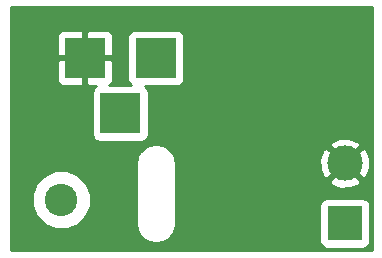
<source format=gbr>
G04 #@! TF.GenerationSoftware,KiCad,Pcbnew,(5.0.0-rc3-dev-2-g101b68b61)*
G04 #@! TF.CreationDate,2018-07-09T03:14:57+02:00*
G04 #@! TF.ProjectId,L7805 reg,4C37383035207265672E6B696361645F,rev?*
G04 #@! TF.SameCoordinates,Original*
G04 #@! TF.FileFunction,Copper,L2,Bot,Signal*
G04 #@! TF.FilePolarity,Positive*
%FSLAX46Y46*%
G04 Gerber Fmt 4.6, Leading zero omitted, Abs format (unit mm)*
G04 Created by KiCad (PCBNEW (5.0.0-rc3-dev-2-g101b68b61)) date 07/09/18 03:14:57*
%MOMM*%
%LPD*%
G01*
G04 APERTURE LIST*
G04 #@! TA.AperFunction,WasherPad*
%ADD10C,2.750000*%
G04 #@! TD*
G04 #@! TA.AperFunction,ComponentPad*
%ADD11R,3.500000X3.500000*%
G04 #@! TD*
G04 #@! TA.AperFunction,ComponentPad*
%ADD12C,3.000000*%
G04 #@! TD*
G04 #@! TA.AperFunction,ComponentPad*
%ADD13R,3.000000X3.000000*%
G04 #@! TD*
G04 #@! TA.AperFunction,ViaPad*
%ADD14C,0.800000*%
G04 #@! TD*
G04 #@! TA.AperFunction,Conductor*
%ADD15C,0.254000*%
G04 #@! TD*
G04 APERTURE END LIST*
D10*
G04 #@! TO.P,MK1,*
G04 #@! TO.N,*
X68200000Y-83120000D03*
G04 #@! TD*
D11*
G04 #@! TO.P,J2,3*
G04 #@! TO.N,N/C*
X73200000Y-75820000D03*
G04 #@! TO.P,J2,2*
G04 #@! TO.N,GND*
X70200000Y-71120000D03*
G04 #@! TO.P,J2,1*
G04 #@! TO.N,+12V*
X76200000Y-71120000D03*
G04 #@! TD*
D12*
G04 #@! TO.P,J1,2*
G04 #@! TO.N,GND*
X92200000Y-80040000D03*
D13*
G04 #@! TO.P,J1,1*
G04 #@! TO.N,Net-(C2-Pad1)*
X92200000Y-85120000D03*
G04 #@! TD*
D14*
G04 #@! TO.N,GND*
X89200000Y-71120000D03*
X90200000Y-71120000D03*
X91200000Y-71120000D03*
X92200000Y-71120000D03*
X93200000Y-71120000D03*
X89200000Y-72120000D03*
X90200000Y-72120000D03*
X91200000Y-72120000D03*
X92200000Y-72120000D03*
X93200000Y-72120000D03*
X89200000Y-73120000D03*
X90200000Y-73120000D03*
X91200000Y-73120000D03*
X92200000Y-73120000D03*
X93200000Y-73120000D03*
X89200000Y-74120000D03*
X90200000Y-74120000D03*
X91200000Y-74120000D03*
X92200000Y-74120000D03*
X93200000Y-74120000D03*
X89200000Y-75120000D03*
X90200000Y-75120000D03*
X91200000Y-75120000D03*
X92200000Y-75120000D03*
X93200000Y-75120000D03*
G04 #@! TD*
D15*
G04 #@! TO.N,GND*
G36*
X94490001Y-87410000D02*
X63910000Y-87410000D01*
X63910000Y-82622321D01*
X65698000Y-82622321D01*
X65698000Y-83617679D01*
X66078907Y-84537269D01*
X66782731Y-85241093D01*
X67702321Y-85622000D01*
X68697679Y-85622000D01*
X69617269Y-85241093D01*
X70321093Y-84537269D01*
X70702000Y-83617679D01*
X70702000Y-82622321D01*
X70321093Y-81702731D01*
X69617269Y-80998907D01*
X68697679Y-80618000D01*
X67702321Y-80618000D01*
X66782731Y-80998907D01*
X66078907Y-81702731D01*
X65698000Y-82622321D01*
X63910000Y-82622321D01*
X63910000Y-80050075D01*
X74490000Y-80050075D01*
X74490001Y-85189926D01*
X74503642Y-85258504D01*
X74503642Y-85258513D01*
X74579762Y-85641196D01*
X74599395Y-85688593D01*
X74685776Y-85897138D01*
X74902549Y-86221561D01*
X74902550Y-86221562D01*
X75098438Y-86417451D01*
X75422862Y-86634223D01*
X75528877Y-86678136D01*
X75678804Y-86740238D01*
X76061486Y-86816358D01*
X76338513Y-86816358D01*
X76721196Y-86740238D01*
X76796160Y-86709187D01*
X76977138Y-86634224D01*
X77301561Y-86417451D01*
X77301562Y-86417450D01*
X77497451Y-86221562D01*
X77714223Y-85897138D01*
X77759096Y-85788805D01*
X77820238Y-85641196D01*
X77896358Y-85258514D01*
X77896358Y-85258509D01*
X77910000Y-85189926D01*
X77910000Y-83620000D01*
X90052560Y-83620000D01*
X90052560Y-86620000D01*
X90101843Y-86867765D01*
X90242191Y-87077809D01*
X90452235Y-87218157D01*
X90700000Y-87267440D01*
X93700000Y-87267440D01*
X93947765Y-87218157D01*
X94157809Y-87077809D01*
X94298157Y-86867765D01*
X94347440Y-86620000D01*
X94347440Y-83620000D01*
X94298157Y-83372235D01*
X94157809Y-83162191D01*
X93947765Y-83021843D01*
X93700000Y-82972560D01*
X90700000Y-82972560D01*
X90452235Y-83021843D01*
X90242191Y-83162191D01*
X90101843Y-83372235D01*
X90052560Y-83620000D01*
X77910000Y-83620000D01*
X77910000Y-81553970D01*
X90865635Y-81553970D01*
X91025418Y-81872739D01*
X91816187Y-82182723D01*
X92665387Y-82166497D01*
X93374582Y-81872739D01*
X93534365Y-81553970D01*
X92200000Y-80219605D01*
X90865635Y-81553970D01*
X77910000Y-81553970D01*
X77910000Y-80050074D01*
X77896358Y-79981491D01*
X77896358Y-79981486D01*
X77831653Y-79656187D01*
X90057277Y-79656187D01*
X90073503Y-80505387D01*
X90367261Y-81214582D01*
X90686030Y-81374365D01*
X92020395Y-80040000D01*
X92379605Y-80040000D01*
X93713970Y-81374365D01*
X94032739Y-81214582D01*
X94342723Y-80423813D01*
X94326497Y-79574613D01*
X94032739Y-78865418D01*
X93713970Y-78705635D01*
X92379605Y-80040000D01*
X92020395Y-80040000D01*
X90686030Y-78705635D01*
X90367261Y-78865418D01*
X90057277Y-79656187D01*
X77831653Y-79656187D01*
X77820238Y-79598804D01*
X77714223Y-79342863D01*
X77714223Y-79342862D01*
X77497451Y-79018438D01*
X77301562Y-78822550D01*
X77301561Y-78822549D01*
X76977138Y-78605776D01*
X76784612Y-78526030D01*
X90865635Y-78526030D01*
X92200000Y-79860395D01*
X93534365Y-78526030D01*
X93374582Y-78207261D01*
X92583813Y-77897277D01*
X91734613Y-77913503D01*
X91025418Y-78207261D01*
X90865635Y-78526030D01*
X76784612Y-78526030D01*
X76721196Y-78499762D01*
X76338513Y-78423642D01*
X76061486Y-78423642D01*
X75678804Y-78499762D01*
X75606632Y-78529657D01*
X75422862Y-78605777D01*
X75098438Y-78822549D01*
X74939501Y-78981487D01*
X74902549Y-79018439D01*
X74685776Y-79342862D01*
X74640904Y-79451195D01*
X74579762Y-79598804D01*
X74503642Y-79981487D01*
X74503642Y-79981492D01*
X74490000Y-80050075D01*
X63910000Y-80050075D01*
X63910000Y-71405750D01*
X67815000Y-71405750D01*
X67815000Y-72996310D01*
X67911673Y-73229699D01*
X68090302Y-73408327D01*
X68323691Y-73505000D01*
X69914250Y-73505000D01*
X70073000Y-73346250D01*
X70073000Y-71247000D01*
X70327000Y-71247000D01*
X70327000Y-73346250D01*
X70485750Y-73505000D01*
X71152612Y-73505000D01*
X70992191Y-73612191D01*
X70851843Y-73822235D01*
X70802560Y-74070000D01*
X70802560Y-77570000D01*
X70851843Y-77817765D01*
X70992191Y-78027809D01*
X71202235Y-78168157D01*
X71450000Y-78217440D01*
X74950000Y-78217440D01*
X75197765Y-78168157D01*
X75407809Y-78027809D01*
X75548157Y-77817765D01*
X75597440Y-77570000D01*
X75597440Y-74070000D01*
X75548157Y-73822235D01*
X75407809Y-73612191D01*
X75266005Y-73517440D01*
X77950000Y-73517440D01*
X78197765Y-73468157D01*
X78407809Y-73327809D01*
X78548157Y-73117765D01*
X78597440Y-72870000D01*
X78597440Y-69370000D01*
X78548157Y-69122235D01*
X78407809Y-68912191D01*
X78197765Y-68771843D01*
X77950000Y-68722560D01*
X74450000Y-68722560D01*
X74202235Y-68771843D01*
X73992191Y-68912191D01*
X73851843Y-69122235D01*
X73802560Y-69370000D01*
X73802560Y-72870000D01*
X73851843Y-73117765D01*
X73992191Y-73327809D01*
X74133995Y-73422560D01*
X72275337Y-73422560D01*
X72309698Y-73408327D01*
X72488327Y-73229699D01*
X72585000Y-72996310D01*
X72585000Y-71405750D01*
X72426250Y-71247000D01*
X70327000Y-71247000D01*
X70073000Y-71247000D01*
X67973750Y-71247000D01*
X67815000Y-71405750D01*
X63910000Y-71405750D01*
X63910000Y-69243690D01*
X67815000Y-69243690D01*
X67815000Y-70834250D01*
X67973750Y-70993000D01*
X70073000Y-70993000D01*
X70073000Y-68893750D01*
X70327000Y-68893750D01*
X70327000Y-70993000D01*
X72426250Y-70993000D01*
X72585000Y-70834250D01*
X72585000Y-69243690D01*
X72488327Y-69010301D01*
X72309698Y-68831673D01*
X72076309Y-68735000D01*
X70485750Y-68735000D01*
X70327000Y-68893750D01*
X70073000Y-68893750D01*
X69914250Y-68735000D01*
X68323691Y-68735000D01*
X68090302Y-68831673D01*
X67911673Y-69010301D01*
X67815000Y-69243690D01*
X63910000Y-69243690D01*
X63910000Y-66830000D01*
X94490000Y-66830000D01*
X94490001Y-87410000D01*
X94490001Y-87410000D01*
G37*
X94490001Y-87410000D02*
X63910000Y-87410000D01*
X63910000Y-82622321D01*
X65698000Y-82622321D01*
X65698000Y-83617679D01*
X66078907Y-84537269D01*
X66782731Y-85241093D01*
X67702321Y-85622000D01*
X68697679Y-85622000D01*
X69617269Y-85241093D01*
X70321093Y-84537269D01*
X70702000Y-83617679D01*
X70702000Y-82622321D01*
X70321093Y-81702731D01*
X69617269Y-80998907D01*
X68697679Y-80618000D01*
X67702321Y-80618000D01*
X66782731Y-80998907D01*
X66078907Y-81702731D01*
X65698000Y-82622321D01*
X63910000Y-82622321D01*
X63910000Y-80050075D01*
X74490000Y-80050075D01*
X74490001Y-85189926D01*
X74503642Y-85258504D01*
X74503642Y-85258513D01*
X74579762Y-85641196D01*
X74599395Y-85688593D01*
X74685776Y-85897138D01*
X74902549Y-86221561D01*
X74902550Y-86221562D01*
X75098438Y-86417451D01*
X75422862Y-86634223D01*
X75528877Y-86678136D01*
X75678804Y-86740238D01*
X76061486Y-86816358D01*
X76338513Y-86816358D01*
X76721196Y-86740238D01*
X76796160Y-86709187D01*
X76977138Y-86634224D01*
X77301561Y-86417451D01*
X77301562Y-86417450D01*
X77497451Y-86221562D01*
X77714223Y-85897138D01*
X77759096Y-85788805D01*
X77820238Y-85641196D01*
X77896358Y-85258514D01*
X77896358Y-85258509D01*
X77910000Y-85189926D01*
X77910000Y-83620000D01*
X90052560Y-83620000D01*
X90052560Y-86620000D01*
X90101843Y-86867765D01*
X90242191Y-87077809D01*
X90452235Y-87218157D01*
X90700000Y-87267440D01*
X93700000Y-87267440D01*
X93947765Y-87218157D01*
X94157809Y-87077809D01*
X94298157Y-86867765D01*
X94347440Y-86620000D01*
X94347440Y-83620000D01*
X94298157Y-83372235D01*
X94157809Y-83162191D01*
X93947765Y-83021843D01*
X93700000Y-82972560D01*
X90700000Y-82972560D01*
X90452235Y-83021843D01*
X90242191Y-83162191D01*
X90101843Y-83372235D01*
X90052560Y-83620000D01*
X77910000Y-83620000D01*
X77910000Y-81553970D01*
X90865635Y-81553970D01*
X91025418Y-81872739D01*
X91816187Y-82182723D01*
X92665387Y-82166497D01*
X93374582Y-81872739D01*
X93534365Y-81553970D01*
X92200000Y-80219605D01*
X90865635Y-81553970D01*
X77910000Y-81553970D01*
X77910000Y-80050074D01*
X77896358Y-79981491D01*
X77896358Y-79981486D01*
X77831653Y-79656187D01*
X90057277Y-79656187D01*
X90073503Y-80505387D01*
X90367261Y-81214582D01*
X90686030Y-81374365D01*
X92020395Y-80040000D01*
X92379605Y-80040000D01*
X93713970Y-81374365D01*
X94032739Y-81214582D01*
X94342723Y-80423813D01*
X94326497Y-79574613D01*
X94032739Y-78865418D01*
X93713970Y-78705635D01*
X92379605Y-80040000D01*
X92020395Y-80040000D01*
X90686030Y-78705635D01*
X90367261Y-78865418D01*
X90057277Y-79656187D01*
X77831653Y-79656187D01*
X77820238Y-79598804D01*
X77714223Y-79342863D01*
X77714223Y-79342862D01*
X77497451Y-79018438D01*
X77301562Y-78822550D01*
X77301561Y-78822549D01*
X76977138Y-78605776D01*
X76784612Y-78526030D01*
X90865635Y-78526030D01*
X92200000Y-79860395D01*
X93534365Y-78526030D01*
X93374582Y-78207261D01*
X92583813Y-77897277D01*
X91734613Y-77913503D01*
X91025418Y-78207261D01*
X90865635Y-78526030D01*
X76784612Y-78526030D01*
X76721196Y-78499762D01*
X76338513Y-78423642D01*
X76061486Y-78423642D01*
X75678804Y-78499762D01*
X75606632Y-78529657D01*
X75422862Y-78605777D01*
X75098438Y-78822549D01*
X74939501Y-78981487D01*
X74902549Y-79018439D01*
X74685776Y-79342862D01*
X74640904Y-79451195D01*
X74579762Y-79598804D01*
X74503642Y-79981487D01*
X74503642Y-79981492D01*
X74490000Y-80050075D01*
X63910000Y-80050075D01*
X63910000Y-71405750D01*
X67815000Y-71405750D01*
X67815000Y-72996310D01*
X67911673Y-73229699D01*
X68090302Y-73408327D01*
X68323691Y-73505000D01*
X69914250Y-73505000D01*
X70073000Y-73346250D01*
X70073000Y-71247000D01*
X70327000Y-71247000D01*
X70327000Y-73346250D01*
X70485750Y-73505000D01*
X71152612Y-73505000D01*
X70992191Y-73612191D01*
X70851843Y-73822235D01*
X70802560Y-74070000D01*
X70802560Y-77570000D01*
X70851843Y-77817765D01*
X70992191Y-78027809D01*
X71202235Y-78168157D01*
X71450000Y-78217440D01*
X74950000Y-78217440D01*
X75197765Y-78168157D01*
X75407809Y-78027809D01*
X75548157Y-77817765D01*
X75597440Y-77570000D01*
X75597440Y-74070000D01*
X75548157Y-73822235D01*
X75407809Y-73612191D01*
X75266005Y-73517440D01*
X77950000Y-73517440D01*
X78197765Y-73468157D01*
X78407809Y-73327809D01*
X78548157Y-73117765D01*
X78597440Y-72870000D01*
X78597440Y-69370000D01*
X78548157Y-69122235D01*
X78407809Y-68912191D01*
X78197765Y-68771843D01*
X77950000Y-68722560D01*
X74450000Y-68722560D01*
X74202235Y-68771843D01*
X73992191Y-68912191D01*
X73851843Y-69122235D01*
X73802560Y-69370000D01*
X73802560Y-72870000D01*
X73851843Y-73117765D01*
X73992191Y-73327809D01*
X74133995Y-73422560D01*
X72275337Y-73422560D01*
X72309698Y-73408327D01*
X72488327Y-73229699D01*
X72585000Y-72996310D01*
X72585000Y-71405750D01*
X72426250Y-71247000D01*
X70327000Y-71247000D01*
X70073000Y-71247000D01*
X67973750Y-71247000D01*
X67815000Y-71405750D01*
X63910000Y-71405750D01*
X63910000Y-69243690D01*
X67815000Y-69243690D01*
X67815000Y-70834250D01*
X67973750Y-70993000D01*
X70073000Y-70993000D01*
X70073000Y-68893750D01*
X70327000Y-68893750D01*
X70327000Y-70993000D01*
X72426250Y-70993000D01*
X72585000Y-70834250D01*
X72585000Y-69243690D01*
X72488327Y-69010301D01*
X72309698Y-68831673D01*
X72076309Y-68735000D01*
X70485750Y-68735000D01*
X70327000Y-68893750D01*
X70073000Y-68893750D01*
X69914250Y-68735000D01*
X68323691Y-68735000D01*
X68090302Y-68831673D01*
X67911673Y-69010301D01*
X67815000Y-69243690D01*
X63910000Y-69243690D01*
X63910000Y-66830000D01*
X94490000Y-66830000D01*
X94490001Y-87410000D01*
G04 #@! TD*
M02*

</source>
